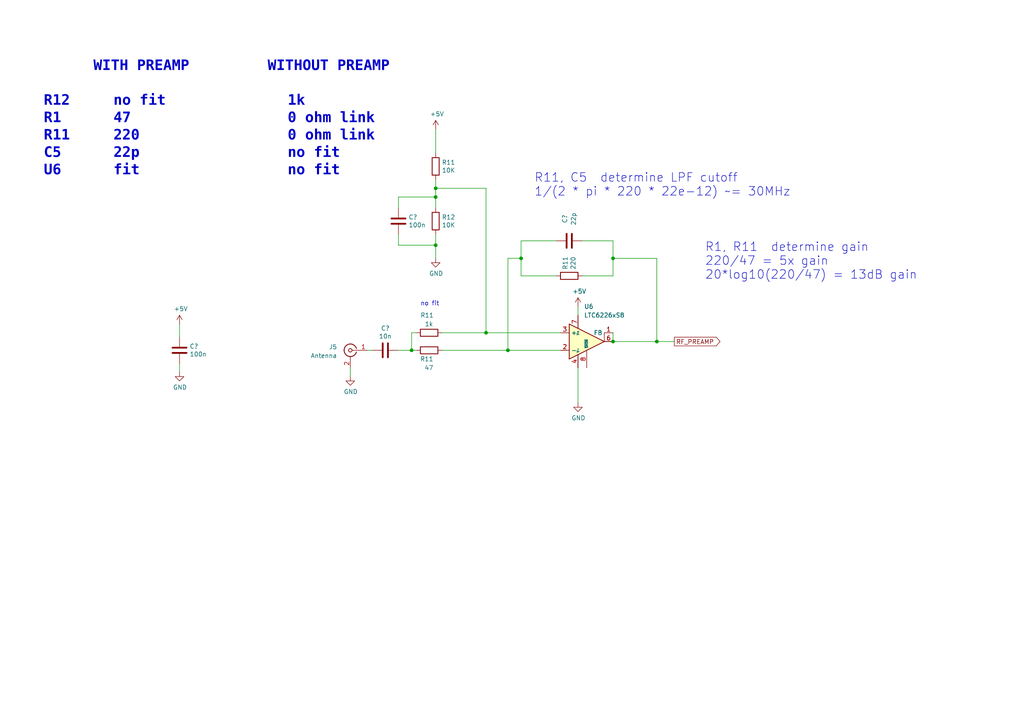
<source format=kicad_sch>
(kicad_sch (version 20250114) (generator "eeschema") (generator_version "9.0")
  (paper "A4")
  (lib_symbols
    (symbol "Amplifier_Operational:LTC6228xS8"
      (property "Reference" "U" (at 0 8.89 0))
      (property "Value" "LTC6228xS8" (at 0 6.35 0))
      (symbol "LTC6228xS8_0_1"
        (polyline (pts (xy 5.08 0) (xy 5.08 2.54)) (stroke (width 0.1524)))
      )
      (symbol "LTC6228xS8_1_1"
        (polyline (pts (xy 5.08 0) (xy -5.08 5.08) (xy -5.08 -5.08) (xy 5.08 0)) (stroke (width 0.254)) (fill (type background)))
        (pin input line (at -7.62 2.54 0) (length 2.54) (name "+") (number "3"))
        (pin input line (at -7.62 -2.54 0) (length 2.54) (name "-") (number "2"))
        (pin power_in line (at -2.54 7.62 270) (length 3.81) (name "V+") (number "7"))
        (pin power_in line (at -2.54 -7.62 90) (length 3.81) (name "V-") (number "4"))
        (pin passive line (at -2.54 -7.62 90) (length 3.81) (hide yes) (name "V-") (number "5"))
        (pin input line (at 0 -7.62 90) (length 5.08) (name "~{SHDN}") (number "8"))
        (pin output line (at 7.62 2.54 180) (length 2.54) (name "FB") (number "1"))
        (pin output line (at 7.62 0 180) (length 2.54) (name "~") (number "6"))
      )
    )
    (symbol "Connector:Conn_Coaxial" (pin_names (offset 1.016) (hide yes))
      (property "Reference" "J" (at 0.254 3.048 0))
      (property "Value" "Conn_Coaxial" (at 2.921 0 90))
      (symbol "Conn_Coaxial_0_1"
        (polyline (pts (xy -2.54 0) (xy -0.508 0)))
        (arc (start 1.778 0) (mid 0.222 -1.8079) (end -1.778 -0.508) (stroke (width 0.254)))
        (arc (start -1.778 0.508) (mid 0.2221 1.8084) (end 1.778 0) (stroke (width 0.254)))
        (circle (center 0 0) (radius 0.508) (stroke (width 0.2032)))
        (polyline (pts (xy 0 -2.54) (xy 0 -1.778)))
      )
      (symbol "Conn_Coaxial_1_1"
        (pin passive line (at -5.08 0 0) (length 2.54) (name "In") (number "1"))
        (pin passive line (at 0 -5.08 90) (length 2.54) (name "Ext") (number "2"))
      )
    )
    (symbol "Device:C" (pin_numbers (hide yes)) (pin_names (offset 0.254))
      (property "Reference" "C" (at 0.635 2.54 0))
      (property "Value" "C" (at 0.635 -2.54 0))
      (symbol "C_0_1"
        (polyline (pts (xy -2.032 0.762) (xy 2.032 0.762)) (stroke (width 0.508)))
        (polyline (pts (xy -2.032 -0.762) (xy 2.032 -0.762)) (stroke (width 0.508)))
      )
      (symbol "C_1_1"
        (pin passive line (at 0 3.81 270) (length 2.794) (name "~") (number "1"))
        (pin passive line (at 0 -3.81 90) (length 2.794) (name "~") (number "2"))
      )
    )
    (symbol "Device:R" (pin_numbers (hide yes)) (pin_names (offset 0))
      (property "Reference" "R" (at 2.032 0 90))
      (property "Value" "R" (at 0 0 90))
      (symbol "R_0_1"
        (rectangle (start -1.016 -2.54) (end 1.016 2.54) (stroke (width 0.254)))
      )
      (symbol "R_1_1"
        (pin passive line (at 0 3.81 270) (length 1.27) (name "~") (number "1"))
        (pin passive line (at 0 -3.81 90) (length 1.27) (name "~") (number "2"))
      )
    )
    (symbol "power:+5V" (power) (pin_names (offset 0))
      (property "Value" "+5V" (at 0 3.556 0))
      (symbol "+5V_0_1"
        (polyline (pts (xy -0.762 1.27) (xy 0 2.54)))
        (polyline (pts (xy 0 2.54) (xy 0.762 1.27)))
        (polyline (pts (xy 0 0) (xy 0 2.54)))
      )
      (symbol "+5V_1_1"
        (pin power_in line (at 0 0 90) (length 0) (hide yes) (name "+5V") (number "1"))
      )
    )
    (symbol "power:GND" (power) (pin_names (offset 0))
      (property "Value" "GND" (at 0 -3.81 0))
      (symbol "GND_0_1"
        (polyline (pts (xy 0 0) (xy 0 -1.27) (xy 1.27 -1.27) (xy 0 -2.54) (xy -1.27 -1.27) (xy 0 -1.27)))
      )
      (symbol "GND_1_1"
        (pin power_in line (at 0 0 270) (length 0) (hide yes) (name "GND") (number "1"))
      )
    )
  )
  (text "no fit" (at 121.92 88.9 0) (effects (font (size 1.27 1.27)) (justify left bottom)))
  (text "R11, C5  determine LPF cutoff\n1/(2 * pi * 220 * 22e-12) ~= 30MHz" (at 154.94 57.15 0) (effects (font (size 2.5 2.5)) (justify left bottom)))
  (text "		WITH PREAMP         WITHOUT PREAMP\n\nR12     no fit              1k\nR1      47                  0 ohm link\nR11     220                 0 ohm link\nC5      22p                 no fit               \nU6      fit                 no fit" (at 12.7 52.07 0) (effects (font (size 3 3) (thickness 0.254) (bold yes)) (justify left bottom)))
  (text "R1, R11  determine gain\n220/47 = 5x gain\n20*log10(220/47) = 13dB gain" (at 204.47 81.28 0) (effects (font (size 2.5 2.5)) (justify left bottom)))
  (junction (at 177.8 74.93))
  (junction (at 151.13 74.93))
  (junction (at 119.38 101.6))
  (junction (at 147.32 101.6))
  (junction (at 140.97 96.52))
  (junction (at 190.5 99.06))
  (junction (at 126.365 57.15))
  (junction (at 126.365 54.61))
  (junction (at 177.8 99.06))
  (junction (at 126.365 71.12))
  (wire (pts (xy 119.38 101.6) (xy 120.65 101.6)))
  (wire (pts (xy 126.365 37.465) (xy 126.365 44.45)))
  (wire (pts (xy 168.91 80.01) (xy 177.8 80.01)))
  (wire (pts (xy 190.5 99.06) (xy 195.58 99.06)))
  (wire (pts (xy 177.8 74.93) (xy 177.8 80.01)))
  (wire (pts (xy 177.8 96.52) (xy 177.8 99.06)))
  (wire (pts (xy 151.13 69.85) (xy 151.13 74.93)))
  (wire (pts (xy 126.365 71.12) (xy 126.365 74.93)))
  (wire (pts (xy 190.5 99.06) (xy 190.5 74.93)))
  (wire (pts (xy 161.29 80.01) (xy 151.13 80.01)))
  (wire (pts (xy 115.57 57.15) (xy 115.57 60.325)))
  (wire (pts (xy 126.365 57.15) (xy 126.365 60.325)))
  (wire (pts (xy 126.365 52.07) (xy 126.365 54.61)))
  (wire (pts (xy 147.32 101.6) (xy 162.56 101.6)))
  (wire (pts (xy 119.38 96.52) (xy 119.38 101.6)))
  (wire (pts (xy 151.13 74.93) (xy 151.13 80.01)))
  (wire (pts (xy 115.57 71.12) (xy 126.365 71.12)))
  (wire (pts (xy 167.64 106.68) (xy 167.64 116.84)))
  (wire (pts (xy 190.5 74.93) (xy 177.8 74.93)))
  (wire (pts (xy 168.91 69.85) (xy 177.8 69.85)))
  (wire (pts (xy 101.6 106.68) (xy 101.6 109.22)))
  (wire (pts (xy 106.68 101.6) (xy 107.95 101.6)))
  (wire (pts (xy 52.07 105.41) (xy 52.07 107.95)))
  (wire (pts (xy 177.8 99.06) (xy 190.5 99.06)))
  (wire (pts (xy 147.32 101.6) (xy 147.32 74.93)))
  (wire (pts (xy 126.365 54.61) (xy 140.97 54.61)))
  (wire (pts (xy 52.07 93.98) (xy 52.07 97.79)))
  (wire (pts (xy 140.97 96.52) (xy 162.56 96.52)))
  (wire (pts (xy 177.8 69.85) (xy 177.8 74.93)))
  (wire (pts (xy 115.57 67.945) (xy 115.57 71.12)))
  (wire (pts (xy 120.65 96.52) (xy 119.38 96.52)))
  (wire (pts (xy 115.57 57.15) (xy 126.365 57.15)))
  (wire (pts (xy 126.365 67.945) (xy 126.365 71.12)))
  (wire (pts (xy 147.32 74.93) (xy 151.13 74.93)))
  (wire (pts (xy 161.29 69.85) (xy 151.13 69.85)))
  (wire (pts (xy 140.97 54.61) (xy 140.97 96.52)))
  (wire (pts (xy 128.27 101.6) (xy 147.32 101.6)))
  (wire (pts (xy 115.57 101.6) (xy 119.38 101.6)))
  (wire (pts (xy 167.64 88.9) (xy 167.64 91.44)))
  (wire (pts (xy 126.365 54.61) (xy 126.365 57.15)))
  (wire (pts (xy 128.27 96.52) (xy 140.97 96.52)))
  (global_label "RF_PREAMP" (shape output) (at 195.58 99.06 0) (property "Intersheetrefs" "${INTERSHEET_REFS}" (effects (hide yes))))
  (symbol (lib_id "Device:C") (at 165.1 69.85 90) (unit 1)
    (property "Reference" "C5" (at 163.83 63.4746 0))
    (property "Value" "22p" (at 166.37 63.5 0))
    (property "Footprint" "Capacitor_SMD:C_1206_3216Metric" (effects (hide yes)))
    (instances (project "RADIO" (path "" (reference "C?") (unit 1))) (project "pico_rx" (path "" (reference "C5") (unit 1))))
  )
  (symbol (lib_id "power:GND") (at 126.365 74.93 0) (unit 1)
    (property "Reference" "#PWR033" (effects (hide yes)))
    (property "Value" "GND" (at 126.492 79.3242 0))
    (instances (project "RADIO" (path "" (reference "#PWR036") (unit 1))) (project "pico_rx" (path "" (reference "#PWR033") (unit 1))))
  )
  (symbol (lib_id "Amplifier_Operational:LTC6228xS8") (at 170.18 99.06 0) (unit 1)
    (property "Reference" "U6" (at 169.3975 88.9 0) (effects (justify left)))
    (property "Value" "LTC6226xS8" (at 169.3975 91.44 0) (effects (justify left)))
    (property "Footprint" "Package_SO:SO-8_3.9x4.9mm_P1.27mm" (effects (hide yes)))
    (property "Datasheet" "https://www.analog.com/media/en/technical-documentation/data-sheets/LTC6228-6229.pdf" (effects (hide yes)))
  )
  (symbol (lib_id "Device:R") (at 124.46 96.52 270) (unit 1)
    (property "Reference" "R12" (at 121.92 91.44 90) (effects (justify left)))
    (property "Value" "1k" (at 123.19 93.98 90) (effects (justify left)))
    (property "Footprint" "Resistor_SMD:R_1206_3216Metric" (effects (hide yes)))
    (instances (project "RADIO" (path "" (reference "R11") (unit 1))) (project "pico_rx" (path "" (reference "R12") (unit 1))))
  )
  (symbol (lib_id "power:GND") (at 101.6 109.22 0) (unit 1)
    (property "Reference" "#PWR08" (effects (hide yes)))
    (property "Value" "GND" (at 101.727 113.6142 0))
    (instances (project "RADIO" (path "" (reference "#PWR?") (unit 1))) (project "pico_rx" (path "" (reference "#PWR08") (unit 1))))
  )
  (symbol (lib_id "power:+5V") (at 167.64 88.9 0) (unit 1)
    (property "Reference" "#PWR040" (effects (hide yes)))
    (property "Value" "+5V" (at 168.021 84.5058 0))
    (instances (project "RADIO" (path "" (reference "#PWR?") (unit 1))) (project "pico_rx" (path "" (reference "#PWR040") (unit 1))))
  )
  (symbol (lib_id "power:GND") (at 52.07 107.95 0) (unit 1)
    (property "Reference" "#PWR043" (effects (hide yes)))
    (property "Value" "GND" (at 52.197 112.3442 0))
    (instances (project "RADIO" (path "" (reference "#PWR?") (unit 1))) (project "pico_rx" (path "" (reference "#PWR043") (unit 1))))
  )
  (symbol (lib_id "Device:R") (at 126.365 48.26 0) (unit 1)
    (property "Reference" "R2" (at 128.143 47.117 0) (effects (justify left)))
    (property "Value" "10K" (at 128.143 49.403 0) (effects (justify left)))
    (property "Footprint" "Resistor_SMD:R_1206_3216Metric" (effects (hide yes)))
    (instances (project "RADIO" (path "" (reference "R11") (unit 1))) (project "pico_rx" (path "" (reference "R2") (unit 1))))
  )
  (symbol (lib_id "Device:C") (at 52.07 101.6 0) (unit 1)
    (property "Reference" "C10" (at 54.991 100.457 0) (effects (justify left)))
    (property "Value" "100n" (at 54.991 102.743 0) (effects (justify left)))
    (property "Footprint" "Capacitor_SMD:C_1206_3216Metric" (effects (hide yes)))
    (instances (project "RADIO" (path "" (reference "C?") (unit 1))) (project "pico_rx" (path "" (reference "C10") (unit 1))))
  )
  (symbol (lib_id "Device:R") (at 126.365 64.135 0) (unit 1)
    (property "Reference" "R10" (at 128.143 62.992 0) (effects (justify left)))
    (property "Value" "10K" (at 128.143 65.278 0) (effects (justify left)))
    (property "Footprint" "Resistor_SMD:R_1206_3216Metric" (effects (hide yes)))
    (instances (project "RADIO" (path "" (reference "R12") (unit 1))) (project "pico_rx" (path "" (reference "R10") (unit 1))))
  )
  (symbol (lib_id "Device:C") (at 115.57 64.135 0) (unit 1)
    (property "Reference" "C17" (at 118.491 62.992 0) (effects (justify left)))
    (property "Value" "100n" (at 118.491 65.278 0) (effects (justify left)))
    (property "Footprint" "Capacitor_SMD:C_1206_3216Metric" (effects (hide yes)))
    (instances (project "RADIO" (path "" (reference "C?") (unit 1))) (project "pico_rx" (path "" (reference "C17") (unit 1))))
  )
  (symbol (lib_id "power:+5V") (at 52.07 93.98 0) (unit 1)
    (property "Reference" "#PWR035" (effects (hide yes)))
    (property "Value" "+5V" (at 52.451 89.5858 0))
    (instances (project "RADIO" (path "" (reference "#PWR?") (unit 1))) (project "pico_rx" (path "" (reference "#PWR035") (unit 1))))
  )
  (symbol (lib_id "Device:C") (at 111.76 101.6 270) (mirror x) (unit 1)
    (property "Reference" "C1" (at 111.76 95.2246 90))
    (property "Value" "10n" (at 111.76 97.536 90))
    (property "Footprint" "Capacitor_SMD:C_1206_3216Metric" (effects (hide yes)))
    (instances (project "RADIO" (path "" (reference "C?") (unit 1))) (project "pico_rx" (path "" (reference "C1") (unit 1))))
  )
  (symbol (lib_id "Device:R") (at 165.1 80.01 90) (unit 1)
    (property "Reference" "R11" (at 163.957 78.232 0) (effects (justify left)))
    (property "Value" "220" (at 166.243 78.232 0) (effects (justify left)))
    (property "Footprint" "Resistor_SMD:R_1206_3216Metric" (effects (hide yes)))
  )
  (symbol (lib_id "power:+5V") (at 126.365 37.465 0) (unit 1)
    (property "Reference" "#PWR07" (effects (hide yes)))
    (property "Value" "+5V" (at 126.746 33.0708 0))
    (instances (project "RADIO" (path "" (reference "#PWR?") (unit 1))) (project "pico_rx" (path "" (reference "#PWR07") (unit 1))))
  )
  (symbol (lib_id "Device:R") (at 124.46 101.6 90) (unit 1)
    (property "Reference" "R1" (at 125.73 104.14 90) (effects (justify left)))
    (property "Value" "47" (at 125.73 106.68 90) (effects (justify left)))
    (property "Footprint" "Resistor_SMD:R_1206_3216Metric" (effects (hide yes)))
    (instances (project "RADIO" (path "" (reference "R11") (unit 1))) (project "pico_rx" (path "" (reference "R1") (unit 1))))
  )
  (symbol (lib_id "power:GND") (at 167.64 116.84 0) (unit 1)
    (property "Reference" "#PWR034" (effects (hide yes)))
    (property "Value" "GND" (at 167.767 121.2342 0))
    (instances (project "RADIO" (path "" (reference "#PWR036") (unit 1))) (project "pico_rx" (path "" (reference "#PWR034") (unit 1))))
  )
  (symbol (lib_id "Connector:Conn_Coaxial") (at 101.6 101.6 0) (mirror y) (unit 1)
    (property "Reference" "J5" (at 97.79 100.6232 0) (effects (justify left)))
    (property "Value" "Antenna" (at 97.79 103.1632 0) (effects (justify left)))
    (property "Footprint" "Connector_Coaxial:SMA_BAT_Wireless_BWSMA-KWE-Z001" (effects (hide yes)))
  )
)
</source>
